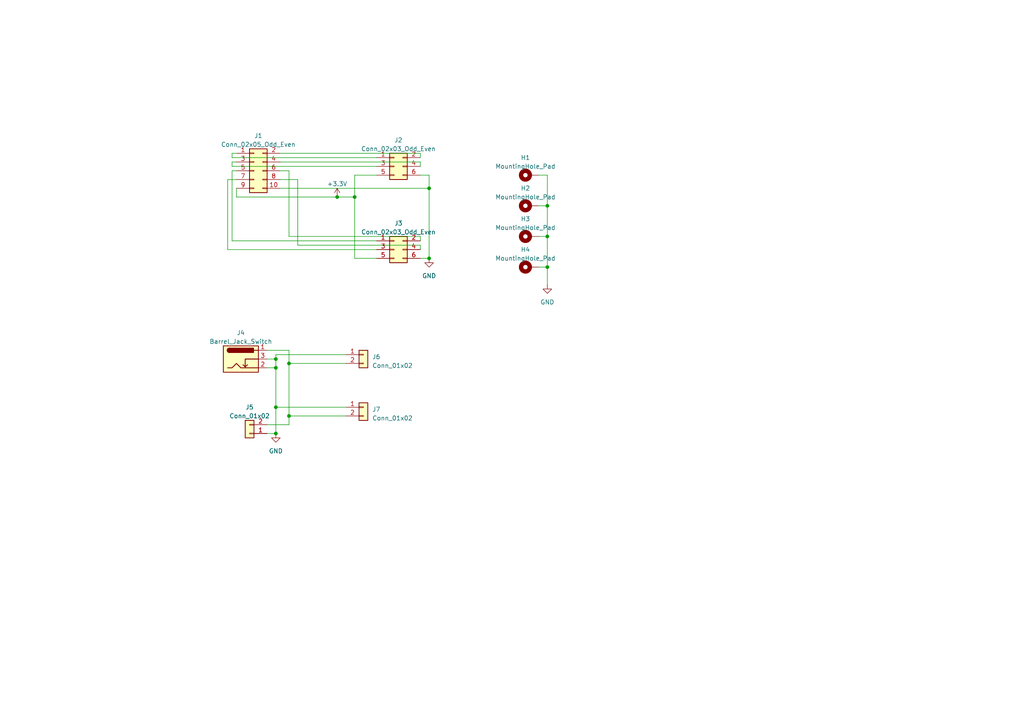
<source format=kicad_sch>
(kicad_sch (version 20230121) (generator eeschema)
  (paper "A4")
  (title_block (title "Brake Board Converter for STEP800") (date "2023-03-10") (rev "r0.0.1") (company "Ponoor Experiments inc."))
  (lib_symbols
    (symbol "Connector:Barrel_Jack_Switch" (pin_names hide)
      (property "Reference" "J" (at 0 5.334 0))
      (property "Value" "Barrel_Jack_Switch" (at 0 -5.08 0))
      (symbol "Barrel_Jack_Switch_0_1"
        (rectangle (start -5.08 3.81) (end 5.08 -3.81) (stroke (width 0.254)) (fill (type background)))
        (arc (start -3.302 3.175) (mid -3.9343 2.54) (end -3.302 1.905) (stroke (width 0.254)))
        (arc (start -3.302 3.175) (mid -3.9343 2.54) (end -3.302 1.905) (stroke (width 0.254)) (fill (type outline)))
        (polyline (pts (xy 1.27 -2.286) (xy 1.905 -1.651)) (stroke (width 0.254)))
        (polyline (pts (xy 5.08 2.54) (xy 3.81 2.54)) (stroke (width 0.254)))
        (polyline (pts (xy 5.08 0) (xy 1.27 0) (xy 1.27 -2.286) (xy 0.635 -1.651)) (stroke (width 0.254)))
        (polyline (pts (xy -3.81 -2.54) (xy -2.54 -2.54) (xy -1.27 -1.27) (xy 0 -2.54) (xy 2.54 -2.54) (xy 5.08 -2.54)) (stroke (width 0.254)))
        (rectangle (start 3.683 3.175) (end -3.302 1.905) (stroke (width 0.254)) (fill (type outline)))
      )
      (symbol "Barrel_Jack_Switch_1_1"
        (pin passive line (at 7.62 2.54 180) (length 2.54) (name "~") (number "1"))
        (pin passive line (at 7.62 -2.54 180) (length 2.54) (name "~") (number "2"))
        (pin passive line (at 7.62 0 180) (length 2.54) (name "~") (number "3"))
      )
    )
    (symbol "Connector_Generic:Conn_01x02" (pin_names (offset 1.016) hide)
      (property "Reference" "J" (at 0 2.54 0))
      (property "Value" "Conn_01x02" (at 0 -5.08 0))
      (symbol "Conn_01x02_1_1"
        (rectangle (start -1.27 -2.413) (end 0 -2.667) (stroke (width 0.1524)))
        (rectangle (start -1.27 0.127) (end 0 -0.127) (stroke (width 0.1524)))
        (rectangle (start -1.27 1.27) (end 1.27 -3.81) (stroke (width 0.254)) (fill (type background)))
        (pin passive line (at -5.08 0 0) (length 3.81) (name "Pin_1") (number "1"))
        (pin passive line (at -5.08 -2.54 0) (length 3.81) (name "Pin_2") (number "2"))
      )
    )
    (symbol "Connector_Generic:Conn_02x03_Odd_Even" (pin_names (offset 1.016) hide)
      (property "Reference" "J" (at 1.27 5.08 0))
      (property "Value" "Conn_02x03_Odd_Even" (at 1.27 -5.08 0))
      (symbol "Conn_02x03_Odd_Even_1_1"
        (rectangle (start -1.27 -2.413) (end 0 -2.667) (stroke (width 0.1524)))
        (rectangle (start -1.27 0.127) (end 0 -0.127) (stroke (width 0.1524)))
        (rectangle (start -1.27 2.667) (end 0 2.413) (stroke (width 0.1524)))
        (rectangle (start -1.27 3.81) (end 3.81 -3.81) (stroke (width 0.254)) (fill (type background)))
        (rectangle (start 3.81 -2.413) (end 2.54 -2.667) (stroke (width 0.1524)))
        (rectangle (start 3.81 0.127) (end 2.54 -0.127) (stroke (width 0.1524)))
        (rectangle (start 3.81 2.667) (end 2.54 2.413) (stroke (width 0.1524)))
        (pin passive line (at -5.08 2.54 0) (length 3.81) (name "Pin_1") (number "1"))
        (pin passive line (at 7.62 2.54 180) (length 3.81) (name "Pin_2") (number "2"))
        (pin passive line (at -5.08 0 0) (length 3.81) (name "Pin_3") (number "3"))
        (pin passive line (at 7.62 0 180) (length 3.81) (name "Pin_4") (number "4"))
        (pin passive line (at -5.08 -2.54 0) (length 3.81) (name "Pin_5") (number "5"))
        (pin passive line (at 7.62 -2.54 180) (length 3.81) (name "Pin_6") (number "6"))
      )
    )
    (symbol "Connector_Generic:Conn_02x05_Odd_Even" (pin_names (offset 1.016) hide)
      (property "Reference" "J" (at 1.27 7.62 0))
      (property "Value" "Conn_02x05_Odd_Even" (at 1.27 -7.62 0))
      (symbol "Conn_02x05_Odd_Even_1_1"
        (rectangle (start -1.27 -4.953) (end 0 -5.207) (stroke (width 0.1524)))
        (rectangle (start -1.27 -2.413) (end 0 -2.667) (stroke (width 0.1524)))
        (rectangle (start -1.27 0.127) (end 0 -0.127) (stroke (width 0.1524)))
        (rectangle (start -1.27 2.667) (end 0 2.413) (stroke (width 0.1524)))
        (rectangle (start -1.27 5.207) (end 0 4.953) (stroke (width 0.1524)))
        (rectangle (start -1.27 6.35) (end 3.81 -6.35) (stroke (width 0.254)) (fill (type background)))
        (rectangle (start 3.81 -4.953) (end 2.54 -5.207) (stroke (width 0.1524)))
        (rectangle (start 3.81 -2.413) (end 2.54 -2.667) (stroke (width 0.1524)))
        (rectangle (start 3.81 0.127) (end 2.54 -0.127) (stroke (width 0.1524)))
        (rectangle (start 3.81 2.667) (end 2.54 2.413) (stroke (width 0.1524)))
        (rectangle (start 3.81 5.207) (end 2.54 4.953) (stroke (width 0.1524)))
        (pin passive line (at -5.08 5.08 0) (length 3.81) (name "Pin_1") (number "1"))
        (pin passive line (at 7.62 -5.08 180) (length 3.81) (name "Pin_10") (number "10"))
        (pin passive line (at 7.62 5.08 180) (length 3.81) (name "Pin_2") (number "2"))
        (pin passive line (at -5.08 2.54 0) (length 3.81) (name "Pin_3") (number "3"))
        (pin passive line (at 7.62 2.54 180) (length 3.81) (name "Pin_4") (number "4"))
        (pin passive line (at -5.08 0 0) (length 3.81) (name "Pin_5") (number "5"))
        (pin passive line (at 7.62 0 180) (length 3.81) (name "Pin_6") (number "6"))
        (pin passive line (at -5.08 -2.54 0) (length 3.81) (name "Pin_7") (number "7"))
        (pin passive line (at 7.62 -2.54 180) (length 3.81) (name "Pin_8") (number "8"))
        (pin passive line (at -5.08 -5.08 0) (length 3.81) (name "Pin_9") (number "9"))
      )
    )
    (symbol "Mechanical:MountingHole_Pad" (pin_numbers hide) (pin_names (offset 1.016) hide)
      (property "Reference" "H" (at 0 6.35 0))
      (property "Value" "MountingHole_Pad" (at 0 4.445 0))
      (symbol "MountingHole_Pad_0_1"
        (circle (center 0 1.27) (radius 1.27) (stroke (width 1.27)))
      )
      (symbol "MountingHole_Pad_1_1"
        (pin input line (at 0 -2.54 90) (length 2.54) (name "1") (number "1"))
      )
    )
    (symbol "power:+3.3V" (power) (pin_names (offset 0))
      (property "Value" "+3.3V" (at 0 3.556 0))
      (symbol "+3.3V_0_1"
        (polyline (pts (xy -0.762 1.27) (xy 0 2.54)))
        (polyline (pts (xy 0 0) (xy 0 2.54)))
        (polyline (pts (xy 0 2.54) (xy 0.762 1.27)))
      )
      (symbol "+3.3V_1_1"
        (pin power_in line (at 0 0 90) (length 0) hide (name "+3.3V") (number "1"))
      )
    )
    (symbol "power:GND" (power) (pin_names (offset 0))
      (property "Value" "GND" (at 0 -3.81 0))
      (symbol "GND_0_1"
        (polyline (pts (xy 0 0) (xy 0 -1.27) (xy 1.27 -1.27) (xy 0 -2.54) (xy -1.27 -1.27) (xy 0 -1.27)))
      )
      (symbol "GND_1_1"
        (pin power_in line (at 0 0 270) (length 0) hide (name "GND") (number "1"))
      )
    )
  )
  (junction (at 80.01 118.11))
  (junction (at 158.75 59.69))
  (junction (at 124.46 74.93))
  (junction (at 97.79 57.15))
  (junction (at 80.01 104.14))
  (junction (at 158.75 68.58))
  (junction (at 80.01 125.73))
  (junction (at 158.75 77.47))
  (junction (at 83.82 105.41))
  (junction (at 83.82 120.65))
  (junction (at 80.01 106.68))
  (junction (at 102.87 57.15))
  (junction (at 124.46 54.61))
  (wire (pts (xy 67.31 44.45) (xy 67.31 45.72)))
  (wire (pts (xy 66.04 72.39) (xy 109.22 72.39)))
  (wire (pts (xy 97.79 57.15) (xy 102.87 57.15)))
  (wire (pts (xy 68.58 57.15) (xy 97.79 57.15)))
  (wire (pts (xy 77.47 101.6) (xy 83.82 101.6)))
  (wire (pts (xy 66.04 52.07) (xy 66.04 72.39)))
  (wire (pts (xy 81.28 49.53) (xy 83.82 49.53)))
  (wire (pts (xy 156.21 59.69) (xy 158.75 59.69)))
  (wire (pts (xy 83.82 49.53) (xy 83.82 68.58)))
  (wire (pts (xy 80.01 106.68) (xy 80.01 118.11)))
  (wire (pts (xy 80.01 125.73) (xy 77.47 125.73)))
  (wire (pts (xy 121.92 46.99) (xy 121.92 48.26)))
  (wire (pts (xy 121.92 50.8) (xy 124.46 50.8)))
  (wire (pts (xy 83.82 105.41) (xy 100.33 105.41)))
  (wire (pts (xy 81.28 52.07) (xy 86.36 52.07)))
  (wire (pts (xy 109.22 74.93) (xy 102.87 74.93)))
  (wire (pts (xy 102.87 74.93) (xy 102.87 57.15)))
  (wire (pts (xy 102.87 57.15) (xy 102.87 50.8)))
  (wire (pts (xy 80.01 102.87) (xy 80.01 104.14)))
  (wire (pts (xy 80.01 118.11) (xy 80.01 125.73)))
  (wire (pts (xy 67.31 69.85) (xy 109.22 69.85)))
  (wire (pts (xy 68.58 54.61) (xy 68.58 57.15)))
  (wire (pts (xy 83.82 120.65) (xy 83.82 123.19)))
  (wire (pts (xy 158.75 50.8) (xy 158.75 59.69)))
  (wire (pts (xy 77.47 104.14) (xy 80.01 104.14)))
  (wire (pts (xy 67.31 45.72) (xy 109.22 45.72)))
  (wire (pts (xy 158.75 59.69) (xy 158.75 68.58)))
  (wire (pts (xy 156.21 68.58) (xy 158.75 68.58)))
  (wire (pts (xy 124.46 50.8) (xy 124.46 54.61)))
  (wire (pts (xy 121.92 68.58) (xy 121.92 69.85)))
  (wire (pts (xy 81.28 46.99) (xy 121.92 46.99)))
  (wire (pts (xy 83.82 120.65) (xy 100.33 120.65)))
  (wire (pts (xy 124.46 74.93) (xy 121.92 74.93)))
  (wire (pts (xy 83.82 101.6) (xy 83.82 105.41)))
  (wire (pts (xy 68.58 52.07) (xy 66.04 52.07)))
  (wire (pts (xy 158.75 77.47) (xy 158.75 82.55)))
  (wire (pts (xy 86.36 71.12) (xy 121.92 71.12)))
  (wire (pts (xy 67.31 49.53) (xy 67.31 69.85)))
  (wire (pts (xy 77.47 106.68) (xy 80.01 106.68)))
  (wire (pts (xy 83.82 123.19) (xy 77.47 123.19)))
  (wire (pts (xy 81.28 54.61) (xy 124.46 54.61)))
  (wire (pts (xy 83.82 105.41) (xy 83.82 120.65)))
  (wire (pts (xy 67.31 46.99) (xy 67.31 48.26)))
  (wire (pts (xy 100.33 102.87) (xy 80.01 102.87)))
  (wire (pts (xy 67.31 48.26) (xy 109.22 48.26)))
  (wire (pts (xy 158.75 77.47) (xy 156.21 77.47)))
  (wire (pts (xy 80.01 118.11) (xy 100.33 118.11)))
  (wire (pts (xy 102.87 50.8) (xy 109.22 50.8)))
  (wire (pts (xy 158.75 68.58) (xy 158.75 77.47)))
  (wire (pts (xy 124.46 54.61) (xy 124.46 74.93)))
  (wire (pts (xy 86.36 52.07) (xy 86.36 71.12)))
  (wire (pts (xy 68.58 44.45) (xy 67.31 44.45)))
  (wire (pts (xy 156.21 50.8) (xy 158.75 50.8)))
  (wire (pts (xy 68.58 46.99) (xy 67.31 46.99)))
  (wire (pts (xy 83.82 68.58) (xy 121.92 68.58)))
  (wire (pts (xy 81.28 44.45) (xy 121.92 44.45)))
  (wire (pts (xy 121.92 71.12) (xy 121.92 72.39)))
  (wire (pts (xy 68.58 49.53) (xy 67.31 49.53)))
  (wire (pts (xy 80.01 104.14) (xy 80.01 106.68)))
  (wire (pts (xy 121.92 44.45) (xy 121.92 45.72)))
  (symbol (lib_id "Connector_Generic:Conn_01x02") (at 105.41 118.11 0) (unit 1)
    (property "Reference" "J7" (at 107.95 118.745 0) (effects (justify left)))
    (property "Value" "Conn_01x02" (at 107.95 121.285 0) (effects (justify left)))
    (property "Footprint" "Connector_Phoenix_MC:PhoenixContact_MCV_1,5_2-G-3.81_1x02_P3.81mm_Vertical" (effects hide))
  )
  (symbol (lib_id "power:+3.3V") (at 97.79 57.15 0) (unit 1)
    (property "Reference" "#PWR02" (effects hide))
    (property "Value" "+3.3V" (at 97.79 53.34 0))
  )
  (symbol (lib_id "Connector_Generic:Conn_02x03_Odd_Even") (at 114.3 48.26 0) (unit 1)
    (property "Reference" "J2" (at 115.57 40.64 0))
    (property "Value" "Conn_02x03_Odd_Even" (at 115.57 43.18 0))
    (property "Footprint" "Connector_IDC:IDC-Header_2x03_P2.54mm_Vertical" (effects hide))
  )
  (symbol (lib_id "Mechanical:MountingHole_Pad") (at 153.67 68.58 90) (unit 1)
    (property "Reference" "H3" (at 152.4 63.5 90))
    (property "Value" "MountingHole_Pad" (at 152.4 66.04 90))
    (property "Footprint" "MountingHole:MountingHole_3.2mm_M3_Pad_TopBottom" (effects hide))
  )
  (symbol (lib_id "power:GND") (at 80.01 125.73 0) (unit 1)
    (property "Reference" "#PWR03" (effects hide))
    (property "Value" "GND" (at 80.01 130.81 0))
  )
  (symbol (lib_id "power:GND") (at 124.46 74.93 0) (unit 1)
    (property "Reference" "#PWR01" (effects hide))
    (property "Value" "GND" (at 124.46 80.01 0))
  )
  (symbol (lib_id "Connector_Generic:Conn_01x02") (at 105.41 102.87 0) (unit 1)
    (property "Reference" "J6" (at 107.95 103.505 0) (effects (justify left)))
    (property "Value" "Conn_01x02" (at 107.95 106.045 0) (effects (justify left)))
    (property "Footprint" "Connector_Phoenix_MC:PhoenixContact_MCV_1,5_2-G-3.81_1x02_P3.81mm_Vertical" (effects hide))
  )
  (symbol (lib_id "power:GND") (at 158.75 82.55 0) (unit 1)
    (property "Reference" "#PWR04" (effects hide))
    (property "Value" "GND" (at 158.75 87.63 0))
  )
  (symbol (lib_id "Mechanical:MountingHole_Pad") (at 153.67 50.8 90) (unit 1)
    (property "Reference" "H1" (at 152.4 45.72 90))
    (property "Value" "MountingHole_Pad" (at 152.4 48.26 90))
    (property "Footprint" "MountingHole:MountingHole_3.2mm_M3_Pad_TopBottom" (effects hide))
  )
  (symbol (lib_id "Mechanical:MountingHole_Pad") (at 153.67 59.69 90) (unit 1)
    (property "Reference" "H2" (at 152.4 54.61 90))
    (property "Value" "MountingHole_Pad" (at 152.4 57.15 90))
    (property "Footprint" "MountingHole:MountingHole_3.2mm_M3_Pad_TopBottom" (effects hide))
  )
  (symbol (lib_id "Connector:Barrel_Jack_Switch") (at 69.85 104.14 0) (unit 1)
    (property "Reference" "J4" (at 69.85 96.52 0))
    (property "Value" "Barrel_Jack_Switch" (at 69.85 99.06 0))
    (property "Footprint" "Connector_BarrelJack:BarrelJack_GCT_DCJ200-10-A_Horizontal" (effects hide))
  )
  (symbol (lib_id "Connector_Generic:Conn_01x02") (at 72.39 125.73 180) (unit 1)
    (property "Reference" "J5" (at 72.39 118.11 0))
    (property "Value" "Conn_01x02" (at 72.39 120.65 0))
    (property "Footprint" "Connector_Phoenix_MC:PhoenixContact_MCV_1,5_2-G-3.81_1x02_P3.81mm_Vertical" (effects hide))
  )
  (symbol (lib_id "Connector_Generic:Conn_02x03_Odd_Even") (at 114.3 72.39 0) (unit 1)
    (property "Reference" "J3" (at 115.57 64.77 0))
    (property "Value" "Conn_02x03_Odd_Even" (at 115.57 67.31 0))
    (property "Footprint" "Connector_IDC:IDC-Header_2x03_P2.54mm_Vertical" (effects hide))
  )
  (symbol (lib_id "Connector_Generic:Conn_02x05_Odd_Even") (at 73.66 49.53 0) (unit 1)
    (property "Reference" "J1" (at 74.93 39.37 0))
    (property "Value" "Conn_02x05_Odd_Even" (at 74.93 41.91 0))
    (property "Footprint" "Connector_IDC:IDC-Header_2x05_P2.54mm_Vertical" (effects hide))
  )
  (symbol (lib_id "Mechanical:MountingHole_Pad") (at 153.67 77.47 90) (unit 1)
    (property "Reference" "H4" (at 152.4 72.39 90))
    (property "Value" "MountingHole_Pad" (at 152.4 74.93 90))
    (property "Footprint" "MountingHole:MountingHole_3.2mm_M3_Pad_TopBottom" (effects hide))
  )
)
</source>
